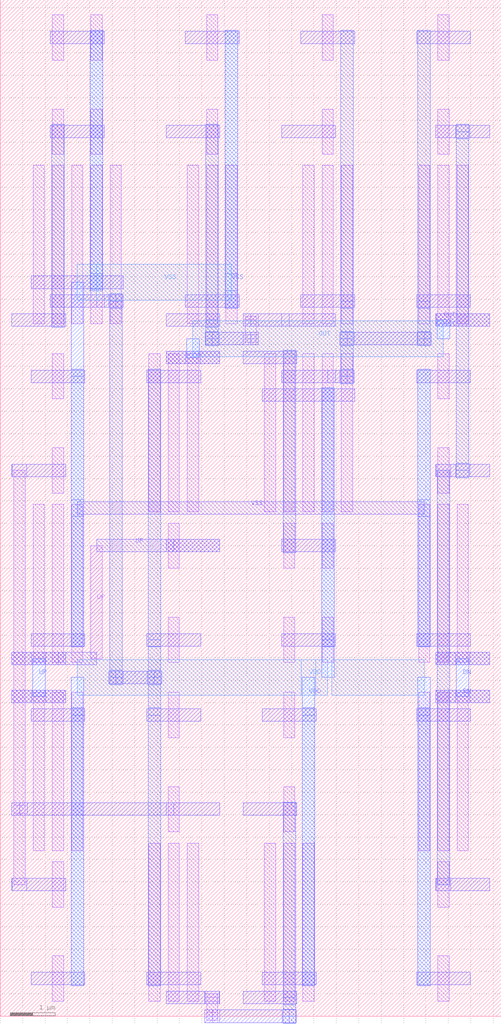
<source format=lef>
VERSION 5.6 ;
  BUSBITCHARS "[]" ;
  DIVIDERCHAR "/" ;

MACRO CP
  ORIGIN 0 0 ;
  FOREIGN CP 0 0 ;
  SIZE 11.18 BY 22.68 ;
  PIN VSS
    DIRECTION INOUT ;
    USE SIGNAL ;
    PORT 
      LAYER M3 ;
        RECT 2.01 16.22 2.29 22 ;
      LAYER M3 ;
        RECT 1.58 8.24 1.86 14.44 ;
      LAYER M3 ;
        RECT 9.32 8.24 9.6 14.44 ;
      LAYER M3 ;
        RECT 5.02 15.8 5.3 22 ;
      LAYER M3 ;
        RECT 2.01 16.195 2.29 16.565 ;
      LAYER M4 ;
        RECT 1.72 15.98 2.15 16.78 ;
      LAYER M3 ;
        RECT 1.58 14.28 1.86 16.38 ;
      LAYER M3 ;
        RECT 1.58 11.155 1.86 11.525 ;
      LAYER M2 ;
        RECT 1.72 11.2 9.46 11.48 ;
      LAYER M3 ;
        RECT 9.32 11.155 9.6 11.525 ;
      LAYER M4 ;
        RECT 2.15 15.98 5.16 16.78 ;
      LAYER M3 ;
        RECT 5.02 16.195 5.3 16.565 ;
    END
  END VSS
  PIN VDD
    DIRECTION INOUT ;
    USE SIGNAL ;
    PORT 
      LAYER M3 ;
        RECT 7.17 8.24 7.45 14.02 ;
      LAYER M3 ;
        RECT 1.58 0.68 1.86 6.88 ;
      LAYER M3 ;
        RECT 9.32 0.68 9.6 6.88 ;
      LAYER M3 ;
        RECT 6.74 0.68 7.02 6.88 ;
      LAYER M3 ;
        RECT 7.17 7.56 7.45 8.4 ;
      LAYER M4 ;
        RECT 1.72 7.16 7.31 7.96 ;
      LAYER M3 ;
        RECT 1.58 6.72 1.86 7.56 ;
      LAYER M4 ;
        RECT 7.4 7.16 9.46 7.96 ;
      LAYER M3 ;
        RECT 9.32 6.72 9.6 7.56 ;
      LAYER M4 ;
        RECT 6.715 7.16 7.045 7.96 ;
      LAYER M3 ;
        RECT 6.74 6.72 7.02 7.56 ;
    END
  END VDD
  PIN UP
    DIRECTION INOUT ;
    USE SIGNAL ;
    PORT 
      LAYER M2 ;
        RECT 0.26 7.84 1.46 8.12 ;
      LAYER M2 ;
        RECT 0.26 7 1.46 7.28 ;
      LAYER M2 ;
        RECT 0.7 7.84 1.02 8.12 ;
      LAYER M3 ;
        RECT 0.72 7.14 1 7.98 ;
      LAYER M2 ;
        RECT 0.7 7 1.02 7.28 ;
      LAYER M2 ;
        RECT 3.7 10.36 4.9 10.64 ;
      LAYER M2 ;
        RECT 1.29 7.84 2.15 8.12 ;
      LAYER M1 ;
        RECT 2.025 7.98 2.275 10.5 ;
      LAYER M2 ;
        RECT 2.15 10.36 3.87 10.64 ;
    END
  END UP
  PIN DN
    DIRECTION INOUT ;
    USE SIGNAL ;
    PORT 
      LAYER M2 ;
        RECT 9.72 7.84 10.92 8.12 ;
      LAYER M2 ;
        RECT 9.72 7 10.92 7.28 ;
      LAYER M2 ;
        RECT 10.16 7.84 10.48 8.12 ;
      LAYER M3 ;
        RECT 10.18 7.14 10.46 7.98 ;
      LAYER M2 ;
        RECT 10.16 7 10.48 7.28 ;
    END
  END DN
  PIN OUT
    DIRECTION INOUT ;
    USE SIGNAL ;
    PORT 
      LAYER M2 ;
        RECT 3.7 14.56 4.9 14.84 ;
      LAYER M2 ;
        RECT 9.72 15.4 10.92 15.68 ;
      LAYER M2 ;
        RECT 4.14 14.56 4.46 14.84 ;
      LAYER M3 ;
        RECT 4.16 14.7 4.44 15.12 ;
      LAYER M4 ;
        RECT 4.3 14.72 9.89 15.52 ;
      LAYER M3 ;
        RECT 9.75 15.12 10.03 15.54 ;
      LAYER M2 ;
        RECT 9.73 15.4 10.05 15.68 ;
    END
  END OUT
  OBS 
  LAYER M3 ;
        RECT 1.15 15.38 1.43 19.9 ;
  LAYER M2 ;
        RECT 1.12 15.82 2.32 16.1 ;
  LAYER M3 ;
        RECT 3.3 0.68 3.58 6.88 ;
  LAYER M3 ;
        RECT 3.3 8.24 3.58 14.44 ;
  LAYER M2 ;
        RECT 2.15 15.82 2.58 16.1 ;
  LAYER M3 ;
        RECT 2.44 7.56 2.72 15.96 ;
  LAYER M2 ;
        RECT 2.58 7.42 3.44 7.7 ;
  LAYER M3 ;
        RECT 3.3 6.72 3.58 7.56 ;
  LAYER M3 ;
        RECT 3.3 7.56 3.58 8.4 ;
  LAYER M2 ;
        RECT 2.42 7.42 2.74 7.7 ;
  LAYER M3 ;
        RECT 2.44 7.4 2.72 7.72 ;
  LAYER M2 ;
        RECT 2.42 15.82 2.74 16.1 ;
  LAYER M3 ;
        RECT 2.44 15.8 2.72 16.12 ;
  LAYER M2 ;
        RECT 3.28 7.42 3.6 7.7 ;
  LAYER M3 ;
        RECT 3.3 7.4 3.58 7.72 ;
  LAYER M2 ;
        RECT 2.42 7.42 2.74 7.7 ;
  LAYER M3 ;
        RECT 2.44 7.4 2.72 7.72 ;
  LAYER M2 ;
        RECT 2.42 15.82 2.74 16.1 ;
  LAYER M3 ;
        RECT 2.44 15.8 2.72 16.12 ;
  LAYER M2 ;
        RECT 3.28 7.42 3.6 7.7 ;
  LAYER M3 ;
        RECT 3.3 7.4 3.58 7.72 ;
  LAYER M2 ;
        RECT 2.42 7.42 2.74 7.7 ;
  LAYER M3 ;
        RECT 2.44 7.4 2.72 7.72 ;
  LAYER M2 ;
        RECT 2.42 15.82 2.74 16.1 ;
  LAYER M3 ;
        RECT 2.44 15.8 2.72 16.12 ;
  LAYER M2 ;
        RECT 3.28 7.42 3.6 7.7 ;
  LAYER M3 ;
        RECT 3.3 7.4 3.58 7.72 ;
  LAYER M2 ;
        RECT 2.42 7.42 2.74 7.7 ;
  LAYER M3 ;
        RECT 2.44 7.4 2.72 7.72 ;
  LAYER M2 ;
        RECT 2.42 15.82 2.74 16.1 ;
  LAYER M3 ;
        RECT 2.44 15.8 2.72 16.12 ;
  LAYER M2 ;
        RECT 3.28 7.42 3.6 7.7 ;
  LAYER M3 ;
        RECT 3.3 7.4 3.58 7.72 ;
  LAYER M3 ;
        RECT 6.31 10.34 6.59 14.86 ;
  LAYER M2 ;
        RECT 6.28 14.14 7.48 14.42 ;
  LAYER M3 ;
        RECT 9.32 15.8 9.6 22 ;
  LAYER M3 ;
        RECT 7.6 15.8 7.88 22 ;
  LAYER M2 ;
        RECT 7.31 14.14 7.74 14.42 ;
  LAYER M3 ;
        RECT 7.6 14.28 7.88 15.12 ;
  LAYER M2 ;
        RECT 7.74 14.98 9.46 15.26 ;
  LAYER M3 ;
        RECT 9.32 15.12 9.6 15.96 ;
  LAYER M3 ;
        RECT 7.6 15.12 7.88 15.96 ;
  LAYER M2 ;
        RECT 7.58 14.14 7.9 14.42 ;
  LAYER M3 ;
        RECT 7.6 14.12 7.88 14.44 ;
  LAYER M2 ;
        RECT 7.58 14.98 7.9 15.26 ;
  LAYER M3 ;
        RECT 7.6 14.96 7.88 15.28 ;
  LAYER M2 ;
        RECT 9.3 14.98 9.62 15.26 ;
  LAYER M3 ;
        RECT 9.32 14.96 9.6 15.28 ;
  LAYER M2 ;
        RECT 7.58 14.14 7.9 14.42 ;
  LAYER M3 ;
        RECT 7.6 14.12 7.88 14.44 ;
  LAYER M2 ;
        RECT 7.58 14.98 7.9 15.26 ;
  LAYER M3 ;
        RECT 7.6 14.96 7.88 15.28 ;
  LAYER M2 ;
        RECT 9.3 14.98 9.62 15.26 ;
  LAYER M3 ;
        RECT 9.32 14.96 9.6 15.28 ;
  LAYER M2 ;
        RECT 7.58 14.14 7.9 14.42 ;
  LAYER M3 ;
        RECT 7.6 14.12 7.88 14.44 ;
  LAYER M2 ;
        RECT 7.58 14.98 7.9 15.26 ;
  LAYER M3 ;
        RECT 7.6 14.96 7.88 15.28 ;
  LAYER M2 ;
        RECT 9.3 14.98 9.62 15.26 ;
  LAYER M3 ;
        RECT 9.32 14.96 9.6 15.28 ;
  LAYER M2 ;
        RECT 7.58 14.14 7.9 14.42 ;
  LAYER M3 ;
        RECT 7.6 14.12 7.88 14.44 ;
  LAYER M2 ;
        RECT 7.58 14.98 7.9 15.26 ;
  LAYER M3 ;
        RECT 7.6 14.96 7.88 15.28 ;
  LAYER M2 ;
        RECT 9.3 14.98 9.62 15.26 ;
  LAYER M3 ;
        RECT 9.32 14.96 9.6 15.28 ;
  LAYER M2 ;
        RECT 0.26 12.04 1.46 12.32 ;
  LAYER M2 ;
        RECT 0.26 2.8 1.46 3.08 ;
  LAYER M2 ;
        RECT 0.27 12.04 0.59 12.32 ;
  LAYER M1 ;
        RECT 0.305 2.94 0.555 12.18 ;
  LAYER M2 ;
        RECT 0.27 2.8 0.59 3.08 ;
  LAYER M2 ;
        RECT 3.7 4.48 4.9 4.76 ;
  LAYER M1 ;
        RECT 0.305 4.535 0.555 4.705 ;
  LAYER M2 ;
        RECT 0.43 4.48 3.87 4.76 ;
  LAYER M1 ;
        RECT 0.305 4.535 0.555 4.705 ;
  LAYER M2 ;
        RECT 0.26 4.48 0.6 4.76 ;
  LAYER M1 ;
        RECT 0.305 4.535 0.555 4.705 ;
  LAYER M2 ;
        RECT 0.26 4.48 0.6 4.76 ;
  LAYER M2 ;
        RECT 9.72 12.04 10.92 12.32 ;
  LAYER M2 ;
        RECT 9.72 2.8 10.92 3.08 ;
  LAYER M2 ;
        RECT 9.73 12.04 10.05 12.32 ;
  LAYER M3 ;
        RECT 9.75 2.94 10.03 12.18 ;
  LAYER M2 ;
        RECT 9.73 2.8 10.05 3.08 ;
  LAYER M2 ;
        RECT 9.72 19.6 10.92 19.88 ;
  LAYER M2 ;
        RECT 10.16 12.04 10.48 12.32 ;
  LAYER M3 ;
        RECT 10.18 12.18 10.46 19.74 ;
  LAYER M2 ;
        RECT 10.16 19.6 10.48 19.88 ;
  LAYER M2 ;
        RECT 10.16 12.04 10.48 12.32 ;
  LAYER M3 ;
        RECT 10.18 12.02 10.46 12.34 ;
  LAYER M2 ;
        RECT 10.16 19.6 10.48 19.88 ;
  LAYER M3 ;
        RECT 10.18 19.58 10.46 19.9 ;
  LAYER M2 ;
        RECT 10.16 12.04 10.48 12.32 ;
  LAYER M3 ;
        RECT 10.18 12.02 10.46 12.34 ;
  LAYER M2 ;
        RECT 10.16 19.6 10.48 19.88 ;
  LAYER M3 ;
        RECT 10.18 19.58 10.46 19.9 ;
  LAYER M3 ;
        RECT 4.59 15.38 4.87 19.9 ;
  LAYER M2 ;
        RECT 6.28 15.4 7.48 15.68 ;
  LAYER M3 ;
        RECT 4.59 15.12 4.87 15.54 ;
  LAYER M2 ;
        RECT 4.73 14.98 5.59 15.26 ;
  LAYER M1 ;
        RECT 5.465 15.12 5.715 15.54 ;
  LAYER M2 ;
        RECT 5.59 15.4 6.45 15.68 ;
  LAYER M1 ;
        RECT 5.465 15.035 5.715 15.205 ;
  LAYER M2 ;
        RECT 5.42 14.98 5.76 15.26 ;
  LAYER M1 ;
        RECT 5.465 15.455 5.715 15.625 ;
  LAYER M2 ;
        RECT 5.42 15.4 5.76 15.68 ;
  LAYER M2 ;
        RECT 4.57 14.98 4.89 15.26 ;
  LAYER M3 ;
        RECT 4.59 14.96 4.87 15.28 ;
  LAYER M1 ;
        RECT 5.465 15.035 5.715 15.205 ;
  LAYER M2 ;
        RECT 5.42 14.98 5.76 15.26 ;
  LAYER M1 ;
        RECT 5.465 15.455 5.715 15.625 ;
  LAYER M2 ;
        RECT 5.42 15.4 5.76 15.68 ;
  LAYER M2 ;
        RECT 4.57 14.98 4.89 15.26 ;
  LAYER M3 ;
        RECT 4.59 14.96 4.87 15.28 ;
  LAYER M3 ;
        RECT 6.31 0.26 6.59 4.78 ;
  LAYER M2 ;
        RECT 3.7 0.28 4.9 0.56 ;
  LAYER M3 ;
        RECT 6.31 0 6.59 0.42 ;
  LAYER M2 ;
        RECT 4.73 -0.14 6.45 0.14 ;
  LAYER M1 ;
        RECT 4.605 0 4.855 0.42 ;
  LAYER M2 ;
        RECT 4.57 0.28 4.89 0.56 ;
  LAYER M1 ;
        RECT 4.605 -0.085 4.855 0.085 ;
  LAYER M2 ;
        RECT 4.56 -0.14 4.9 0.14 ;
  LAYER M1 ;
        RECT 4.605 0.335 4.855 0.505 ;
  LAYER M2 ;
        RECT 4.56 0.28 4.9 0.56 ;
  LAYER M2 ;
        RECT 6.29 -0.14 6.61 0.14 ;
  LAYER M3 ;
        RECT 6.31 -0.16 6.59 0.16 ;
  LAYER M1 ;
        RECT 4.605 -0.085 4.855 0.085 ;
  LAYER M2 ;
        RECT 4.56 -0.14 4.9 0.14 ;
  LAYER M1 ;
        RECT 4.605 0.335 4.855 0.505 ;
  LAYER M2 ;
        RECT 4.56 0.28 4.9 0.56 ;
  LAYER M2 ;
        RECT 6.29 -0.14 6.61 0.14 ;
  LAYER M3 ;
        RECT 6.31 -0.16 6.59 0.16 ;
  LAYER M2 ;
        RECT 6.28 19.6 7.48 19.88 ;
  LAYER M1 ;
        RECT 1.165 15.455 1.415 18.985 ;
  LAYER M1 ;
        RECT 1.165 19.235 1.415 20.245 ;
  LAYER M1 ;
        RECT 1.165 21.335 1.415 22.345 ;
  LAYER M1 ;
        RECT 0.735 15.455 0.985 18.985 ;
  LAYER M1 ;
        RECT 1.595 15.455 1.845 18.985 ;
  LAYER M1 ;
        RECT 2.025 15.455 2.275 18.985 ;
  LAYER M1 ;
        RECT 2.025 19.235 2.275 20.245 ;
  LAYER M1 ;
        RECT 2.025 21.335 2.275 22.345 ;
  LAYER M1 ;
        RECT 2.455 15.455 2.705 18.985 ;
  LAYER M2 ;
        RECT 1.12 19.6 2.32 19.88 ;
  LAYER M2 ;
        RECT 0.26 15.4 1.46 15.68 ;
  LAYER M2 ;
        RECT 1.12 21.7 2.32 21.98 ;
  LAYER M2 ;
        RECT 0.69 16.24 2.75 16.52 ;
  LAYER M3 ;
        RECT 1.15 15.38 1.43 19.9 ;
  LAYER M2 ;
        RECT 1.12 15.82 2.32 16.1 ;
  LAYER M3 ;
        RECT 2.01 16.22 2.29 22 ;
  LAYER M1 ;
        RECT 6.325 11.255 6.575 14.785 ;
  LAYER M1 ;
        RECT 6.325 9.995 6.575 11.005 ;
  LAYER M1 ;
        RECT 6.325 7.895 6.575 8.905 ;
  LAYER M1 ;
        RECT 5.895 11.255 6.145 14.785 ;
  LAYER M1 ;
        RECT 6.755 11.255 7.005 14.785 ;
  LAYER M1 ;
        RECT 7.185 11.255 7.435 14.785 ;
  LAYER M1 ;
        RECT 7.185 9.995 7.435 11.005 ;
  LAYER M1 ;
        RECT 7.185 7.895 7.435 8.905 ;
  LAYER M1 ;
        RECT 7.615 11.255 7.865 14.785 ;
  LAYER M2 ;
        RECT 6.28 10.36 7.48 10.64 ;
  LAYER M2 ;
        RECT 5.42 14.56 6.62 14.84 ;
  LAYER M2 ;
        RECT 6.28 8.26 7.48 8.54 ;
  LAYER M2 ;
        RECT 5.85 13.72 7.91 14 ;
  LAYER M3 ;
        RECT 6.31 10.34 6.59 14.86 ;
  LAYER M2 ;
        RECT 6.28 14.14 7.48 14.42 ;
  LAYER M3 ;
        RECT 7.17 8.24 7.45 14.02 ;
  LAYER M1 ;
        RECT 1.165 7.895 1.415 11.425 ;
  LAYER M1 ;
        RECT 1.165 11.675 1.415 12.685 ;
  LAYER M1 ;
        RECT 1.165 13.775 1.415 14.785 ;
  LAYER M1 ;
        RECT 0.735 7.895 0.985 11.425 ;
  LAYER M1 ;
        RECT 1.595 7.895 1.845 11.425 ;
  LAYER M2 ;
        RECT 0.69 14.14 1.89 14.42 ;
  LAYER M2 ;
        RECT 0.69 8.26 1.89 8.54 ;
  LAYER M2 ;
        RECT 0.26 7.84 1.46 8.12 ;
  LAYER M2 ;
        RECT 0.26 12.04 1.46 12.32 ;
  LAYER M3 ;
        RECT 1.58 8.24 1.86 14.44 ;
  LAYER M1 ;
        RECT 1.165 3.695 1.415 7.225 ;
  LAYER M1 ;
        RECT 1.165 2.435 1.415 3.445 ;
  LAYER M1 ;
        RECT 1.165 0.335 1.415 1.345 ;
  LAYER M1 ;
        RECT 0.735 3.695 0.985 7.225 ;
  LAYER M1 ;
        RECT 1.595 3.695 1.845 7.225 ;
  LAYER M2 ;
        RECT 0.69 0.7 1.89 0.98 ;
  LAYER M2 ;
        RECT 0.69 6.58 1.89 6.86 ;
  LAYER M2 ;
        RECT 0.26 7 1.46 7.28 ;
  LAYER M2 ;
        RECT 0.26 2.8 1.46 3.08 ;
  LAYER M3 ;
        RECT 1.58 0.68 1.86 6.88 ;
  LAYER M1 ;
        RECT 9.765 7.895 10.015 11.425 ;
  LAYER M1 ;
        RECT 9.765 11.675 10.015 12.685 ;
  LAYER M1 ;
        RECT 9.765 13.775 10.015 14.785 ;
  LAYER M1 ;
        RECT 10.195 7.895 10.445 11.425 ;
  LAYER M1 ;
        RECT 9.335 7.895 9.585 11.425 ;
  LAYER M2 ;
        RECT 9.29 14.14 10.49 14.42 ;
  LAYER M2 ;
        RECT 9.29 8.26 10.49 8.54 ;
  LAYER M2 ;
        RECT 9.72 7.84 10.92 8.12 ;
  LAYER M2 ;
        RECT 9.72 12.04 10.92 12.32 ;
  LAYER M3 ;
        RECT 9.32 8.24 9.6 14.44 ;
  LAYER M1 ;
        RECT 9.765 3.695 10.015 7.225 ;
  LAYER M1 ;
        RECT 9.765 2.435 10.015 3.445 ;
  LAYER M1 ;
        RECT 9.765 0.335 10.015 1.345 ;
  LAYER M1 ;
        RECT 10.195 3.695 10.445 7.225 ;
  LAYER M1 ;
        RECT 9.335 3.695 9.585 7.225 ;
  LAYER M2 ;
        RECT 9.29 0.7 10.49 0.98 ;
  LAYER M2 ;
        RECT 9.29 6.58 10.49 6.86 ;
  LAYER M2 ;
        RECT 9.72 7 10.92 7.28 ;
  LAYER M2 ;
        RECT 9.72 2.8 10.92 3.08 ;
  LAYER M3 ;
        RECT 9.32 0.68 9.6 6.88 ;
  LAYER M1 ;
        RECT 4.605 15.455 4.855 18.985 ;
  LAYER M1 ;
        RECT 4.605 19.235 4.855 20.245 ;
  LAYER M1 ;
        RECT 4.605 21.335 4.855 22.345 ;
  LAYER M1 ;
        RECT 4.175 15.455 4.425 18.985 ;
  LAYER M1 ;
        RECT 5.035 15.455 5.285 18.985 ;
  LAYER M2 ;
        RECT 3.7 19.6 4.9 19.88 ;
  LAYER M2 ;
        RECT 3.7 15.4 4.9 15.68 ;
  LAYER M2 ;
        RECT 4.13 21.7 5.33 21.98 ;
  LAYER M2 ;
        RECT 4.13 15.82 5.33 16.1 ;
  LAYER M3 ;
        RECT 4.59 15.38 4.87 19.9 ;
  LAYER M3 ;
        RECT 5.02 15.8 5.3 22 ;
  LAYER M1 ;
        RECT 6.325 0.335 6.575 3.865 ;
  LAYER M1 ;
        RECT 6.325 4.115 6.575 5.125 ;
  LAYER M1 ;
        RECT 6.325 6.215 6.575 7.225 ;
  LAYER M1 ;
        RECT 5.895 0.335 6.145 3.865 ;
  LAYER M1 ;
        RECT 6.755 0.335 7.005 3.865 ;
  LAYER M2 ;
        RECT 5.42 4.48 6.62 4.76 ;
  LAYER M2 ;
        RECT 5.42 0.28 6.62 0.56 ;
  LAYER M2 ;
        RECT 5.85 6.58 7.05 6.86 ;
  LAYER M2 ;
        RECT 5.85 0.7 7.05 0.98 ;
  LAYER M3 ;
        RECT 6.31 0.26 6.59 4.78 ;
  LAYER M3 ;
        RECT 6.74 0.68 7.02 6.88 ;
  LAYER M1 ;
        RECT 3.745 0.335 3.995 3.865 ;
  LAYER M1 ;
        RECT 3.745 4.115 3.995 5.125 ;
  LAYER M1 ;
        RECT 3.745 6.215 3.995 7.225 ;
  LAYER M1 ;
        RECT 4.175 0.335 4.425 3.865 ;
  LAYER M1 ;
        RECT 3.315 0.335 3.565 3.865 ;
  LAYER M2 ;
        RECT 3.27 6.58 4.47 6.86 ;
  LAYER M2 ;
        RECT 3.27 0.7 4.47 0.98 ;
  LAYER M2 ;
        RECT 3.7 0.28 4.9 0.56 ;
  LAYER M2 ;
        RECT 3.7 4.48 4.9 4.76 ;
  LAYER M3 ;
        RECT 3.3 0.68 3.58 6.88 ;
  LAYER M1 ;
        RECT 3.745 11.255 3.995 14.785 ;
  LAYER M1 ;
        RECT 3.745 9.995 3.995 11.005 ;
  LAYER M1 ;
        RECT 3.745 7.895 3.995 8.905 ;
  LAYER M1 ;
        RECT 4.175 11.255 4.425 14.785 ;
  LAYER M1 ;
        RECT 3.315 11.255 3.565 14.785 ;
  LAYER M2 ;
        RECT 3.27 8.26 4.47 8.54 ;
  LAYER M2 ;
        RECT 3.27 14.14 4.47 14.42 ;
  LAYER M2 ;
        RECT 3.7 14.56 4.9 14.84 ;
  LAYER M2 ;
        RECT 3.7 10.36 4.9 10.64 ;
  LAYER M3 ;
        RECT 3.3 8.24 3.58 14.44 ;
  LAYER M1 ;
        RECT 9.765 15.455 10.015 18.985 ;
  LAYER M1 ;
        RECT 9.765 19.235 10.015 20.245 ;
  LAYER M1 ;
        RECT 9.765 21.335 10.015 22.345 ;
  LAYER M1 ;
        RECT 10.195 15.455 10.445 18.985 ;
  LAYER M1 ;
        RECT 9.335 15.455 9.585 18.985 ;
  LAYER M2 ;
        RECT 9.29 21.7 10.49 21.98 ;
  LAYER M2 ;
        RECT 9.29 15.82 10.49 16.1 ;
  LAYER M2 ;
        RECT 9.72 15.4 10.92 15.68 ;
  LAYER M2 ;
        RECT 9.72 19.6 10.92 19.88 ;
  LAYER M3 ;
        RECT 9.32 15.8 9.6 22 ;
  LAYER M1 ;
        RECT 7.185 15.455 7.435 18.985 ;
  LAYER M1 ;
        RECT 7.185 19.235 7.435 20.245 ;
  LAYER M1 ;
        RECT 7.185 21.335 7.435 22.345 ;
  LAYER M1 ;
        RECT 6.755 15.455 7.005 18.985 ;
  LAYER M1 ;
        RECT 7.615 15.455 7.865 18.985 ;
  LAYER M2 ;
        RECT 6.71 21.7 7.91 21.98 ;
  LAYER M2 ;
        RECT 6.71 15.82 7.91 16.1 ;
  LAYER M2 ;
        RECT 6.28 15.4 7.48 15.68 ;
  LAYER M2 ;
        RECT 6.28 19.6 7.48 19.88 ;
  LAYER M3 ;
        RECT 7.6 15.8 7.88 22 ;
  END 
END CP
END LIBRARY

</source>
